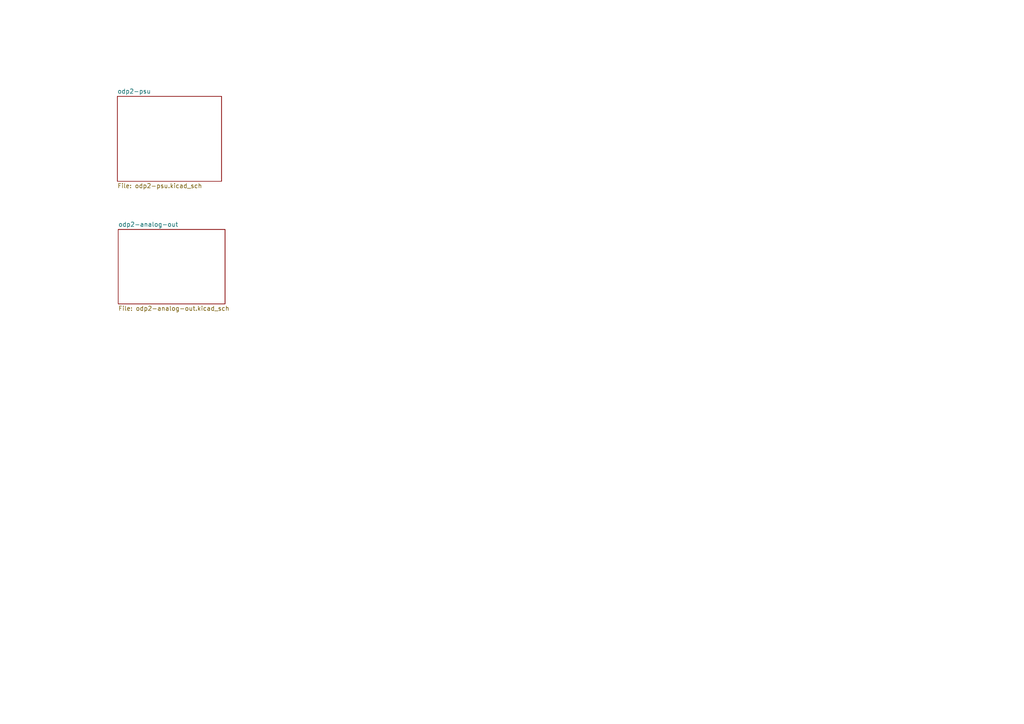
<source format=kicad_sch>
(kicad_sch (version 20211123) (generator eeschema)

  (uuid 861c2bcf-7b12-4836-be19-4c799358234f)

  (paper "A4")

  (title_block
    (title "ODP2 CONTROL")
    (date "2024-12-01")
    (rev "ISSUE 9")
    (company "Reverse engineered, design copyright Invertek Drives.com")
    (comment 1 "Main block diagram.")
  )

  (lib_symbols
  )


  (sheet (at 34.29 66.548) (size 30.988 21.59) (fields_autoplaced)
    (stroke (width 0.1524) (type solid) (color 0 0 0 0))
    (fill (color 0 0 0 0.0000))
    (uuid 5c8875e4-33fb-44aa-87e3-5125fee57402)
    (property "Sheet name" "odp2-analog-out" (id 0) (at 34.29 65.8364 0)
      (effects (font (size 1.27 1.27)) (justify left bottom))
    )
    (property "Sheet file" "odp2-analog-out.kicad_sch" (id 1) (at 34.29 88.7226 0)
      (effects (font (size 1.27 1.27)) (justify left top))
    )
  )

  (sheet (at 34.036 27.94) (size 30.226 24.638) (fields_autoplaced)
    (stroke (width 0.1524) (type solid) (color 0 0 0 0))
    (fill (color 0 0 0 0.0000))
    (uuid 5d5115c3-a37e-4b5d-8c34-49dd53782356)
    (property "Sheet name" "odp2-psu" (id 0) (at 34.036 27.2284 0)
      (effects (font (size 1.27 1.27)) (justify left bottom))
    )
    (property "Sheet file" "odp2-psu.kicad_sch" (id 1) (at 34.036 53.1626 0)
      (effects (font (size 1.27 1.27)) (justify left top))
    )
  )

  (sheet_instances
    (path "/" (page "1"))
    (path "/5d5115c3-a37e-4b5d-8c34-49dd53782356" (page "2"))
    (path "/5c8875e4-33fb-44aa-87e3-5125fee57402" (page "3"))
  )

  (symbol_instances
    (path "/5d5115c3-a37e-4b5d-8c34-49dd53782356/1329388f-fbd2-4e65-a997-45ca6c7b17b6"
      (reference "#PWR?") (unit 1) (value "GND") (footprint "")
    )
    (path "/5d5115c3-a37e-4b5d-8c34-49dd53782356/16f11ce6-4199-4f1c-baa5-bf844eecfb48"
      (reference "#PWR?") (unit 1) (value "GND") (footprint "")
    )
    (path "/5c8875e4-33fb-44aa-87e3-5125fee57402/18757ca5-39c8-4d6a-a1d6-ed2c207aebb0"
      (reference "#PWR?") (unit 1) (value "GND") (footprint "")
    )
    (path "/5d5115c3-a37e-4b5d-8c34-49dd53782356/24dfc969-2770-4d7a-ae97-beb81f3b0eff"
      (reference "#PWR?") (unit 1) (value "+24V") (footprint "")
    )
    (path "/5d5115c3-a37e-4b5d-8c34-49dd53782356/24e13b79-29be-4baf-bca5-17f37ac57574"
      (reference "#PWR?") (unit 1) (value "+5V") (footprint "")
    )
    (path "/5d5115c3-a37e-4b5d-8c34-49dd53782356/293bd262-46ce-4af1-8c7e-7d81c8a2d7c6"
      (reference "#PWR?") (unit 1) (value "GND") (footprint "")
    )
    (path "/5c8875e4-33fb-44aa-87e3-5125fee57402/31cf55d7-436d-4768-9a94-0c4d8a687615"
      (reference "#PWR?") (unit 1) (value "GND") (footprint "")
    )
    (path "/5c8875e4-33fb-44aa-87e3-5125fee57402/35039516-ba6c-4b92-b304-9c1a83048583"
      (reference "#PWR?") (unit 1) (value "GND") (footprint "")
    )
    (path "/5c8875e4-33fb-44aa-87e3-5125fee57402/40cc53ac-0869-4441-8e76-32928c42410f"
      (reference "#PWR?") (unit 1) (value "VDD") (footprint "")
    )
    (path "/5c8875e4-33fb-44aa-87e3-5125fee57402/4304fc43-7241-47b6-8e12-0becca8b63ce"
      (reference "#PWR?") (unit 1) (value "GND") (footprint "")
    )
    (path "/5d5115c3-a37e-4b5d-8c34-49dd53782356/4721c254-eb0e-4922-b8a7-ca4382851483"
      (reference "#PWR?") (unit 1) (value "GND") (footprint "")
    )
    (path "/5d5115c3-a37e-4b5d-8c34-49dd53782356/5c48b9dc-c4bd-4cd1-9bad-813db5ce89e2"
      (reference "#PWR?") (unit 1) (value "-5V") (footprint "")
    )
    (path "/5d5115c3-a37e-4b5d-8c34-49dd53782356/68a0a79d-3725-4d5f-a4eb-97ba629315ab"
      (reference "#PWR?") (unit 1) (value "GND") (footprint "")
    )
    (path "/5d5115c3-a37e-4b5d-8c34-49dd53782356/6b4c14e4-2dd9-4c5b-9b99-152dacd10756"
      (reference "#PWR?") (unit 1) (value "GND") (footprint "")
    )
    (path "/5d5115c3-a37e-4b5d-8c34-49dd53782356/6c3cef34-4318-4a71-86b4-202a7074345a"
      (reference "#PWR?") (unit 1) (value "GND") (footprint "")
    )
    (path "/5d5115c3-a37e-4b5d-8c34-49dd53782356/6f2c7fa0-8749-471f-ac67-8aed35e77d79"
      (reference "#PWR?") (unit 1) (value "+5V") (footprint "")
    )
    (path "/5c8875e4-33fb-44aa-87e3-5125fee57402/75239bb6-689c-44fe-a365-98208eb2ef41"
      (reference "#PWR?") (unit 1) (value "+24V") (footprint "")
    )
    (path "/5c8875e4-33fb-44aa-87e3-5125fee57402/76322ce2-b678-422d-9b99-a23e6872139d"
      (reference "#PWR?") (unit 1) (value "+5V") (footprint "")
    )
    (path "/5d5115c3-a37e-4b5d-8c34-49dd53782356/7c733a6e-cdf3-40e1-b2da-85bb3d4ffcf6"
      (reference "#PWR?") (unit 1) (value "GND") (footprint "")
    )
    (path "/5c8875e4-33fb-44aa-87e3-5125fee57402/7fcc20cf-16ad-47db-9982-8778da3c24de"
      (reference "#PWR?") (unit 1) (value "-5V") (footprint "")
    )
    (path "/5d5115c3-a37e-4b5d-8c34-49dd53782356/88c421e8-3c31-4562-af83-7e4cd57fb05c"
      (reference "#PWR?") (unit 1) (value "GND") (footprint "")
    )
    (path "/5d5115c3-a37e-4b5d-8c34-49dd53782356/8effde59-267b-4808-99c0-edd9458d226e"
      (reference "#PWR?") (unit 1) (value "GND") (footprint "")
    )
    (path "/5c8875e4-33fb-44aa-87e3-5125fee57402/980de5a3-0d6b-49c8-a8a8-9a52a486781e"
      (reference "#PWR?") (unit 1) (value "GND") (footprint "")
    )
    (path "/5d5115c3-a37e-4b5d-8c34-49dd53782356/a794d03c-d3e4-45b1-acc6-351d2b96dda9"
      (reference "#PWR?") (unit 1) (value "+10V") (footprint "")
    )
    (path "/5d5115c3-a37e-4b5d-8c34-49dd53782356/a94944a2-8927-4035-9fb0-063e15f8b052"
      (reference "#PWR?") (unit 1) (value "+3V0") (footprint "")
    )
    (path "/5d5115c3-a37e-4b5d-8c34-49dd53782356/aa22238c-0786-4afd-9f72-a408bc1b66a0"
      (reference "#PWR?") (unit 1) (value "GND") (footprint "")
    )
    (path "/5c8875e4-33fb-44aa-87e3-5125fee57402/b23a6c81-23ad-46d9-8b47-f9afc8b03b5f"
      (reference "#PWR?") (unit 1) (value "-5V") (footprint "")
    )
    (path "/5d5115c3-a37e-4b5d-8c34-49dd53782356/b31e074f-24b0-4965-ac4b-d1c48ddd9597"
      (reference "#PWR?") (unit 1) (value "-5V") (footprint "")
    )
    (path "/5c8875e4-33fb-44aa-87e3-5125fee57402/b8bea4ef-fc49-42f3-b542-d8fe9b9a5473"
      (reference "#PWR?") (unit 1) (value "-5V") (footprint "")
    )
    (path "/5d5115c3-a37e-4b5d-8c34-49dd53782356/bf3104bf-0648-4c75-a9aa-1352710c404e"
      (reference "#PWR?") (unit 1) (value "GND") (footprint "")
    )
    (path "/5d5115c3-a37e-4b5d-8c34-49dd53782356/c492cc79-d9c8-4b84-a078-8b83d9bd5a1b"
      (reference "#PWR?") (unit 1) (value "+5V") (footprint "")
    )
    (path "/5d5115c3-a37e-4b5d-8c34-49dd53782356/ca36cf30-11bd-471e-aab7-943a19cebee7"
      (reference "#PWR?") (unit 1) (value "GND") (footprint "")
    )
    (path "/5d5115c3-a37e-4b5d-8c34-49dd53782356/cc6bb36d-bd42-4e17-8ef3-8ca8720cd2f5"
      (reference "#PWR?") (unit 1) (value "GND") (footprint "")
    )
    (path "/5c8875e4-33fb-44aa-87e3-5125fee57402/ce03b864-324e-40d5-906f-c4177af13f9b"
      (reference "#PWR?") (unit 1) (value "GND") (footprint "")
    )
    (path "/5c8875e4-33fb-44aa-87e3-5125fee57402/d81c8d3e-6faa-4b9e-8a6a-2f24bbb29da6"
      (reference "#PWR?") (unit 1) (value "GND") (footprint "")
    )
    (path "/5d5115c3-a37e-4b5d-8c34-49dd53782356/da342fd2-5089-4d5f-912d-d59dd2abf44a"
      (reference "#PWR?") (unit 1) (value "GND") (footprint "")
    )
    (path "/5c8875e4-33fb-44aa-87e3-5125fee57402/dfee73e2-28d5-4b3b-8995-72a86e0cec10"
      (reference "#PWR?") (unit 1) (value "GND") (footprint "")
    )
    (path "/5c8875e4-33fb-44aa-87e3-5125fee57402/edb96a34-1c20-483e-a318-9dc7c11d3061"
      (reference "#PWR?") (unit 1) (value "GND") (footprint "")
    )
    (path "/5d5115c3-a37e-4b5d-8c34-49dd53782356/ef78326f-511a-4f33-a81a-cf32ff76bea0"
      (reference "#PWR?") (unit 1) (value "+5V") (footprint "")
    )
    (path "/5d5115c3-a37e-4b5d-8c34-49dd53782356/f1c8c580-cc28-4c1a-82b0-21b85d26c602"
      (reference "#PWR?") (unit 1) (value "GND") (footprint "")
    )
    (path "/5d5115c3-a37e-4b5d-8c34-49dd53782356/f5af5116-a941-4c99-9ceb-109ffed48568"
      (reference "#PWR?") (unit 1) (value "GND") (footprint "")
    )
    (path "/5c8875e4-33fb-44aa-87e3-5125fee57402/fe4fbd57-7328-411a-bc74-158d7c7d561c"
      (reference "#PWR?") (unit 1) (value "GND") (footprint "")
    )
    (path "/5d5115c3-a37e-4b5d-8c34-49dd53782356/b45c832f-ed7f-476a-ac98-893814f5566a"
      (reference "C1") (unit 1) (value "C") (footprint "")
    )
    (path "/5c8875e4-33fb-44aa-87e3-5125fee57402/4f626178-8016-457a-9347-5b758ebc52b7"
      (reference "C4") (unit 1) (value "C") (footprint "")
    )
    (path "/5c8875e4-33fb-44aa-87e3-5125fee57402/35326bd1-b64a-4b79-b82e-9d51f876498c"
      (reference "C5") (unit 1) (value "C") (footprint "")
    )
    (path "/5c8875e4-33fb-44aa-87e3-5125fee57402/36e73dad-87cf-46ae-87e3-b0b18d2cf34b"
      (reference "C10") (unit 1) (value "C") (footprint "")
    )
    (path "/5d5115c3-a37e-4b5d-8c34-49dd53782356/ef9ad1b5-d486-46b7-b2aa-c6d1b4ada1dd"
      (reference "C16") (unit 1) (value "C") (footprint "")
    )
    (path "/5c8875e4-33fb-44aa-87e3-5125fee57402/9cad5e9c-b978-4786-a776-ad5077d8b7b5"
      (reference "C21") (unit 1) (value "C") (footprint "")
    )
    (path "/5c8875e4-33fb-44aa-87e3-5125fee57402/ee82f798-793d-41bb-8bfb-77756f9254f0"
      (reference "C29") (unit 1) (value "C") (footprint "")
    )
    (path "/5d5115c3-a37e-4b5d-8c34-49dd53782356/0493720a-70d4-4d13-89d9-6e8e6af79e61"
      (reference "C39") (unit 1) (value "10u/TT") (footprint "")
    )
    (path "/5d5115c3-a37e-4b5d-8c34-49dd53782356/4a5c31e5-0f27-4104-a39c-ff4909f27e2d"
      (reference "C43") (unit 1) (value "C") (footprint "")
    )
    (path "/5d5115c3-a37e-4b5d-8c34-49dd53782356/27d66e35-54a5-49dd-8dae-5d45889b0e6a"
      (reference "C51") (unit 1) (value "3u3") (footprint "")
    )
    (path "/5c8875e4-33fb-44aa-87e3-5125fee57402/02320a68-4bb1-455c-b64a-e77f3dba2109"
      (reference "C54") (unit 1) (value "C") (footprint "")
    )
    (path "/5d5115c3-a37e-4b5d-8c34-49dd53782356/671a5012-e27a-450a-9fde-f2fcc59e9d5b"
      (reference "C60") (unit 1) (value "C") (footprint "")
    )
    (path "/5d5115c3-a37e-4b5d-8c34-49dd53782356/e1b88bda-2466-4737-bab4-4ad97d8fb889"
      (reference "C61") (unit 1) (value "C") (footprint "")
    )
    (path "/5d5115c3-a37e-4b5d-8c34-49dd53782356/22d7421f-d5cd-42b7-b8c9-acda54978d92"
      (reference "C62") (unit 1) (value "C") (footprint "")
    )
    (path "/5d5115c3-a37e-4b5d-8c34-49dd53782356/6adcafcd-8931-425d-ace8-a78c54d6d414"
      (reference "C63") (unit 1) (value "C") (footprint "")
    )
    (path "/5d5115c3-a37e-4b5d-8c34-49dd53782356/c81389c7-65b5-432e-9624-e475c4c2e2fa"
      (reference "C64") (unit 1) (value "10n") (footprint "")
    )
    (path "/5d5115c3-a37e-4b5d-8c34-49dd53782356/036aac85-979c-44c8-b32f-8319bf95a5dd"
      (reference "C65") (unit 1) (value "C") (footprint "")
    )
    (path "/5d5115c3-a37e-4b5d-8c34-49dd53782356/4df6545d-0554-4b3b-8ca1-295c7df4fdf8"
      (reference "C66") (unit 1) (value "C") (footprint "")
    )
    (path "/5d5115c3-a37e-4b5d-8c34-49dd53782356/122bdbf1-34be-48fc-b863-65f82f40467c"
      (reference "C69") (unit 1) (value "100n") (footprint "")
    )
    (path "/5d5115c3-a37e-4b5d-8c34-49dd53782356/37bd3215-baef-40a3-a5e9-fae2305cee51"
      (reference "C70") (unit 1) (value "220p") (footprint "")
    )
    (path "/5d5115c3-a37e-4b5d-8c34-49dd53782356/66c08ca3-422a-4d32-8f76-7d41a0292d08"
      (reference "D8") (unit 1) (value "BAT74a") (footprint "")
    )
    (path "/5d5115c3-a37e-4b5d-8c34-49dd53782356/ceac370b-86e4-4a8a-b6d1-24d265ab8372"
      (reference "D12") (unit 1) (value "B340A") (footprint "")
    )
    (path "/5d5115c3-a37e-4b5d-8c34-49dd53782356/f1956773-3fa1-49a6-bb75-0d6e68a8d52b"
      (reference "D13") (unit 1) (value "US1G") (footprint "")
    )
    (path "/5d5115c3-a37e-4b5d-8c34-49dd53782356/53f6714f-4a98-4159-a422-b599124cc283"
      (reference "D14") (unit 1) (value "US1G") (footprint "")
    )
    (path "/5d5115c3-a37e-4b5d-8c34-49dd53782356/0f779746-b224-4853-b6d5-e8224250fc2b"
      (reference "D15") (unit 1) (value "US1G") (footprint "")
    )
    (path "/5d5115c3-a37e-4b5d-8c34-49dd53782356/de4fb380-3f51-4680-8328-c7276492578a"
      (reference "D16") (unit 1) (value "B340A") (footprint "")
    )
    (path "/5d5115c3-a37e-4b5d-8c34-49dd53782356/cb3b321f-60fe-4673-9589-434dbf2f8c16"
      (reference "D17") (unit 1) (value "US1G") (footprint "")
    )
    (path "/5c8875e4-33fb-44aa-87e3-5125fee57402/2c4eb809-45e1-4c01-a3ca-f468db5bca92"
      (reference "IC") (unit 3) (value "LM293") (footprint "")
    )
    (path "/5c8875e4-33fb-44aa-87e3-5125fee57402/a44b714a-a943-427e-8430-a7ee5bf2e4a5"
      (reference "IC2") (unit 1) (value "MC33072") (footprint "")
    )
    (path "/5c8875e4-33fb-44aa-87e3-5125fee57402/fc24170d-a975-4034-9a0d-ad32d13bda65"
      (reference "IC2") (unit 2) (value "MC33072") (footprint "")
    )
    (path "/5c8875e4-33fb-44aa-87e3-5125fee57402/ee2c864d-c0ca-40ed-ac4f-6afba86915f5"
      (reference "IC2C") (unit 3) (value "MC33072") (footprint "")
    )
    (path "/5d5115c3-a37e-4b5d-8c34-49dd53782356/24fd6b15-15d0-451a-a968-22eb25166231"
      (reference "IC5") (unit 1) (value "LP2980-AIM5-3.0") (footprint "Package_TO_SOT_SMD:SOT-23-5")
    )
    (path "/5d5115c3-a37e-4b5d-8c34-49dd53782356/9f21a485-7398-4fbf-851c-ed2864a729dd"
      (reference "IC6") (unit 1) (value "MC33072") (footprint "")
    )
    (path "/5c8875e4-33fb-44aa-87e3-5125fee57402/ba2bb851-7df4-46d1-a13c-be23ea278af7"
      (reference "IC8") (unit 1) (value "LM293") (footprint "")
    )
    (path "/5d5115c3-a37e-4b5d-8c34-49dd53782356/6a34cbf6-4bb8-451a-8550-6effd66638af"
      (reference "IC12") (unit 1) (value "TPS60400") (footprint "")
    )
    (path "/5d5115c3-a37e-4b5d-8c34-49dd53782356/ee0a1f58-a89c-45bf-a2d7-46fd5052894d"
      (reference "IC14") (unit 1) (value "LM397") (footprint "Package_TO_SOT_SMD:SOT-23-5")
    )
    (path "/5d5115c3-a37e-4b5d-8c34-49dd53782356/0fbd47ac-a380-4e04-9b57-5b8aa298e17d"
      (reference "IC15") (unit 1) (value "TPS5410D") (footprint "Package_SO:SOIC-8_3.9x4.9mm_P1.27mm")
    )
    (path "/5d5115c3-a37e-4b5d-8c34-49dd53782356/c191b128-44a5-4654-b01e-1f9ae164be16"
      (reference "IC16") (unit 1) (value "MC78L24_SO8_FP") (footprint "Package_SO:SOIC-8_3.9x4.9mm_P1.27mm")
    )
    (path "/5d5115c3-a37e-4b5d-8c34-49dd53782356/67a99b9f-cd26-44df-b392-91be8ecec242"
      (reference "L2") (unit 1) (value "L") (footprint "")
    )
    (path "/5d5115c3-a37e-4b5d-8c34-49dd53782356/fff722c3-3c42-4c3c-a674-8819020804eb"
      (reference "LD1") (unit 1) (value "LWE67C") (footprint "")
    )
    (path "/5d5115c3-a37e-4b5d-8c34-49dd53782356/6f1a3304-12b9-459f-984c-a7904ab82fff"
      (reference "LD2") (unit 1) (value "LWE67C") (footprint "")
    )
    (path "/5c8875e4-33fb-44aa-87e3-5125fee57402/31a3ab49-a5c8-4fab-92dd-31c561dc2778"
      (reference "R12") (unit 1) (value "33E") (footprint "")
    )
    (path "/5c8875e4-33fb-44aa-87e3-5125fee57402/fc628748-b9a0-44a9-948d-14176391fa66"
      (reference "R13") (unit 1) (value "150k") (footprint "")
    )
    (path "/5d5115c3-a37e-4b5d-8c34-49dd53782356/8ec405b0-1ce9-40ce-9e10-242ce8125740"
      (reference "R17") (unit 1) (value "33R") (footprint "")
    )
    (path "/5c8875e4-33fb-44aa-87e3-5125fee57402/3788a38f-460f-4dd2-a422-ae8e99253c03"
      (reference "R21") (unit 1) (value "470k") (footprint "")
    )
    (path "/5c8875e4-33fb-44aa-87e3-5125fee57402/6bcc0d52-4c6d-44b0-9069-6e1f22c5791a"
      (reference "R22") (unit 1) (value "39k") (footprint "")
    )
    (path "/5c8875e4-33fb-44aa-87e3-5125fee57402/dd04104a-2087-413f-9f8a-a2932221ea1f"
      (reference "R23") (unit 1) (value "12E") (footprint "")
    )
    (path "/5c8875e4-33fb-44aa-87e3-5125fee57402/29458d19-d679-4fbd-baaa-5d20818a5fd2"
      (reference "R27") (unit 1) (value "10k") (footprint "")
    )
    (path "/5c8875e4-33fb-44aa-87e3-5125fee57402/15bdfb7d-da7d-4d73-a0dd-a81e11ebde97"
      (reference "R29") (unit 1) (value "39k") (footprint "")
    )
    (path "/5c8875e4-33fb-44aa-87e3-5125fee57402/b1b3e206-70dc-4cdb-9e2d-82cc105476db"
      (reference "R32") (unit 1) (value "470k") (footprint "")
    )
    (path "/5c8875e4-33fb-44aa-87e3-5125fee57402/931dae72-3f6d-460b-a277-acd8e4652dab"
      (reference "R35") (unit 1) (value "27k") (footprint "")
    )
    (path "/5c8875e4-33fb-44aa-87e3-5125fee57402/6d3b4460-f173-449f-a684-38582176d156"
      (reference "R45") (unit 1) (value "10k") (footprint "")
    )
    (path "/5c8875e4-33fb-44aa-87e3-5125fee57402/d0e64210-35be-4bda-a169-896e2cbf327e"
      (reference "R46") (unit 1) (value "470k") (footprint "")
    )
    (path "/5d5115c3-a37e-4b5d-8c34-49dd53782356/c5ab104c-3a17-48b1-81a2-24c9148b7686"
      (reference "R51") (unit 1) (value "56R") (footprint "")
    )
    (path "/5d5115c3-a37e-4b5d-8c34-49dd53782356/d1f2b94b-5631-4995-a54b-d8350fde2faa"
      (reference "R53") (unit 1) (value "4k6") (footprint "")
    )
    (path "/5d5115c3-a37e-4b5d-8c34-49dd53782356/341299f6-38a9-4ec4-abce-de42fe62922d"
      (reference "R55") (unit 1) (value "1k") (footprint "")
    )
    (path "/5d5115c3-a37e-4b5d-8c34-49dd53782356/3e14fc65-cd3b-4e7d-b255-d341b9a41558"
      (reference "R56") (unit 1) (value "10k") (footprint "")
    )
    (path "/5d5115c3-a37e-4b5d-8c34-49dd53782356/04e7984e-f9c0-4129-864c-025aed3e0027"
      (reference "R61") (unit 1) (value "3R30") (footprint "")
    )
    (path "/5d5115c3-a37e-4b5d-8c34-49dd53782356/026a0cad-ee1e-4445-ae1f-985cdd969063"
      (reference "R62") (unit 1) (value "22R") (footprint "")
    )
    (path "/5c8875e4-33fb-44aa-87e3-5125fee57402/4ca2ba39-52e7-4305-8fdf-3370dd40b4e9"
      (reference "R76") (unit 1) (value "10k") (footprint "")
    )
    (path "/5c8875e4-33fb-44aa-87e3-5125fee57402/bd125e7c-bf7a-4d13-9085-9b14a26d65ea"
      (reference "R77") (unit 1) (value "10k") (footprint "")
    )
    (path "/5c8875e4-33fb-44aa-87e3-5125fee57402/60eb53ca-24b4-4d29-b780-1ef79f40c927"
      (reference "R78") (unit 1) (value "10k") (footprint "")
    )
    (path "/5d5115c3-a37e-4b5d-8c34-49dd53782356/aa350542-0a92-4c2b-b848-b26bfd9b7c9a"
      (reference "R88") (unit 1) (value "10k") (footprint "")
    )
    (path "/5d5115c3-a37e-4b5d-8c34-49dd53782356/d73fc954-da3f-4954-aabf-35d6e8dfea63"
      (reference "R89") (unit 1) (value "330k") (footprint "")
    )
    (path "/5d5115c3-a37e-4b5d-8c34-49dd53782356/af0ac8eb-025b-4660-af57-f898c1c49e4f"
      (reference "R90") (unit 1) (value "270k") (footprint "")
    )
    (path "/5d5115c3-a37e-4b5d-8c34-49dd53782356/7eb82cb8-ac02-408d-b024-02ee7882a730"
      (reference "R97") (unit 1) (value "10k0") (footprint "")
    )
    (path "/5d5115c3-a37e-4b5d-8c34-49dd53782356/0f2df159-b2a8-4c6c-a40e-8c7cdf5f267f"
      (reference "R100") (unit 1) (value "12k") (footprint "")
    )
    (path "/5d5115c3-a37e-4b5d-8c34-49dd53782356/d000cd87-ae9f-49a0-a2e5-ffcc4e367cc9"
      (reference "R101") (unit 1) (value "1k00") (footprint "")
    )
    (path "/5d5115c3-a37e-4b5d-8c34-49dd53782356/6a05acd0-1fbd-4768-943f-21e8a5b49aa3"
      (reference "R104") (unit 1) (value "3k30") (footprint "")
    )
    (path "/5d5115c3-a37e-4b5d-8c34-49dd53782356/03c52246-9e1a-498f-8b81-93c5c46a258f"
      (reference "R?") (unit 1) (value "3R30") (footprint "")
    )
    (path "/5d5115c3-a37e-4b5d-8c34-49dd53782356/2eceea62-de70-4dd4-a727-eca51cd1a125"
      (reference "R?") (unit 1) (value "3R30") (footprint "")
    )
    (path "/5c8875e4-33fb-44aa-87e3-5125fee57402/00350add-d74d-406b-a255-64cb6fc90bb0"
      (reference "T7") (unit 1) (value "MMBF170") (footprint "Package_TO_SOT_SMD:SOT-23")
    )
    (path "/5c8875e4-33fb-44aa-87e3-5125fee57402/7163c1f4-810b-4f61-b3ab-477e2bf227b2"
      (reference "T10") (unit 1) (value "NDS0605") (footprint "")
    )
    (path "/5d5115c3-a37e-4b5d-8c34-49dd53782356/57edd8ef-6dac-4a7e-8f27-6a225b7129dd"
      (reference "T12") (unit 1) (value "MMBF170") (footprint "Package_TO_SOT_SMD:SOT-23")
    )
    (path "/5d5115c3-a37e-4b5d-8c34-49dd53782356/9b6cbb26-ce4e-40b1-afac-6e3d137d90d6"
      (reference "U6") (unit 3) (value "MC33072") (footprint "")
    )
  )
)

</source>
